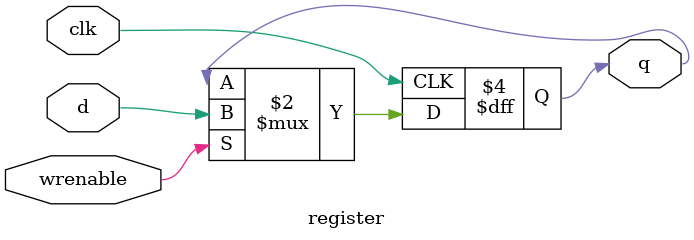
<source format=v>
module register
(
output reg	q,
input		d,
input		wrenable,
input		clk
);

    always @(posedge clk) begin
        if(wrenable) begin
            q <= d;
        end
    end

endmodule
</source>
